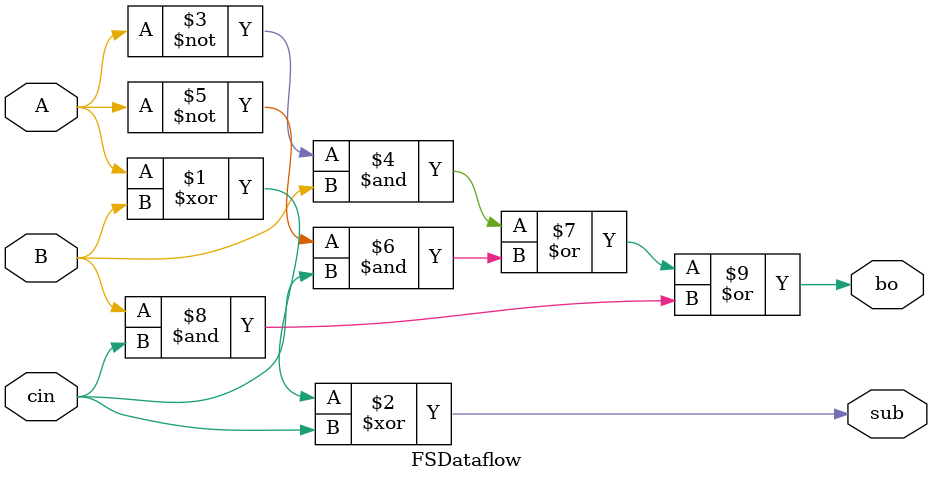
<source format=v>
module FSDataflow(A,B,cin,sub,bo);

	input A,B,cin;
	output sub,bo;

	assign sub = A^B^cin;
	assign bo = (~A&B)|(~A&cin)|(B&cin);

endmodule
</source>
